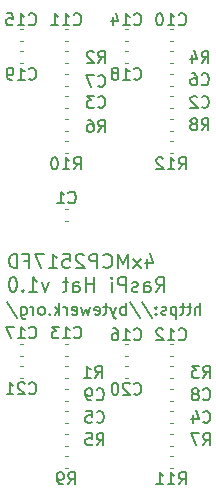
<source format=gbo>
G04 #@! TF.GenerationSoftware,KiCad,Pcbnew,5.0.0-rc2-unknown-06ff563~65~ubuntu18.04.1*
G04 #@! TF.CreationDate,2018-06-29T13:07:05+02:00*
G04 #@! TF.ProjectId,raspi3-4xMCP2517FD,7261737069332D34784D435032353137,rev?*
G04 #@! TF.SameCoordinates,Original*
G04 #@! TF.FileFunction,Legend,Bot*
G04 #@! TF.FilePolarity,Positive*
%FSLAX46Y46*%
G04 Gerber Fmt 4.6, Leading zero omitted, Abs format (unit mm)*
G04 Created by KiCad (PCBNEW 5.0.0-rc2-unknown-06ff563~65~ubuntu18.04.1) date Fri Jun 29 13:07:05 2018*
%MOMM*%
%LPD*%
G01*
G04 APERTURE LIST*
%ADD10C,0.150000*%
%ADD11C,0.200000*%
%ADD12C,0.120000*%
G04 APERTURE END LIST*
D10*
X99606190Y-59253380D02*
X99606190Y-58253380D01*
X99177619Y-59253380D02*
X99177619Y-58729571D01*
X99225238Y-58634333D01*
X99320476Y-58586714D01*
X99463333Y-58586714D01*
X99558571Y-58634333D01*
X99606190Y-58681952D01*
X98844285Y-58586714D02*
X98463333Y-58586714D01*
X98701428Y-58253380D02*
X98701428Y-59110523D01*
X98653809Y-59205761D01*
X98558571Y-59253380D01*
X98463333Y-59253380D01*
X98272857Y-58586714D02*
X97891904Y-58586714D01*
X98130000Y-58253380D02*
X98130000Y-59110523D01*
X98082380Y-59205761D01*
X97987142Y-59253380D01*
X97891904Y-59253380D01*
X97558571Y-58586714D02*
X97558571Y-59586714D01*
X97558571Y-58634333D02*
X97463333Y-58586714D01*
X97272857Y-58586714D01*
X97177619Y-58634333D01*
X97130000Y-58681952D01*
X97082380Y-58777190D01*
X97082380Y-59062904D01*
X97130000Y-59158142D01*
X97177619Y-59205761D01*
X97272857Y-59253380D01*
X97463333Y-59253380D01*
X97558571Y-59205761D01*
X96701428Y-59205761D02*
X96606190Y-59253380D01*
X96415714Y-59253380D01*
X96320476Y-59205761D01*
X96272857Y-59110523D01*
X96272857Y-59062904D01*
X96320476Y-58967666D01*
X96415714Y-58920047D01*
X96558571Y-58920047D01*
X96653809Y-58872428D01*
X96701428Y-58777190D01*
X96701428Y-58729571D01*
X96653809Y-58634333D01*
X96558571Y-58586714D01*
X96415714Y-58586714D01*
X96320476Y-58634333D01*
X95844285Y-59158142D02*
X95796666Y-59205761D01*
X95844285Y-59253380D01*
X95891904Y-59205761D01*
X95844285Y-59158142D01*
X95844285Y-59253380D01*
X95844285Y-58634333D02*
X95796666Y-58681952D01*
X95844285Y-58729571D01*
X95891904Y-58681952D01*
X95844285Y-58634333D01*
X95844285Y-58729571D01*
X94653809Y-58205761D02*
X95510952Y-59491476D01*
X93606190Y-58205761D02*
X94463333Y-59491476D01*
X93272857Y-59253380D02*
X93272857Y-58253380D01*
X93272857Y-58634333D02*
X93177619Y-58586714D01*
X92987142Y-58586714D01*
X92891904Y-58634333D01*
X92844285Y-58681952D01*
X92796666Y-58777190D01*
X92796666Y-59062904D01*
X92844285Y-59158142D01*
X92891904Y-59205761D01*
X92987142Y-59253380D01*
X93177619Y-59253380D01*
X93272857Y-59205761D01*
X92463333Y-58586714D02*
X92225238Y-59253380D01*
X91987142Y-58586714D02*
X92225238Y-59253380D01*
X92320476Y-59491476D01*
X92368095Y-59539095D01*
X92463333Y-59586714D01*
X91749047Y-58586714D02*
X91368095Y-58586714D01*
X91606190Y-58253380D02*
X91606190Y-59110523D01*
X91558571Y-59205761D01*
X91463333Y-59253380D01*
X91368095Y-59253380D01*
X90653809Y-59205761D02*
X90749047Y-59253380D01*
X90939523Y-59253380D01*
X91034761Y-59205761D01*
X91082380Y-59110523D01*
X91082380Y-58729571D01*
X91034761Y-58634333D01*
X90939523Y-58586714D01*
X90749047Y-58586714D01*
X90653809Y-58634333D01*
X90606190Y-58729571D01*
X90606190Y-58824809D01*
X91082380Y-58920047D01*
X90272857Y-58586714D02*
X90082380Y-59253380D01*
X89891904Y-58777190D01*
X89701428Y-59253380D01*
X89510952Y-58586714D01*
X88749047Y-59205761D02*
X88844285Y-59253380D01*
X89034761Y-59253380D01*
X89130000Y-59205761D01*
X89177619Y-59110523D01*
X89177619Y-58729571D01*
X89130000Y-58634333D01*
X89034761Y-58586714D01*
X88844285Y-58586714D01*
X88749047Y-58634333D01*
X88701428Y-58729571D01*
X88701428Y-58824809D01*
X89177619Y-58920047D01*
X88272857Y-59253380D02*
X88272857Y-58586714D01*
X88272857Y-58777190D02*
X88225238Y-58681952D01*
X88177619Y-58634333D01*
X88082380Y-58586714D01*
X87987142Y-58586714D01*
X87653809Y-59253380D02*
X87653809Y-58253380D01*
X87558571Y-58872428D02*
X87272857Y-59253380D01*
X87272857Y-58586714D02*
X87653809Y-58967666D01*
X86844285Y-59158142D02*
X86796666Y-59205761D01*
X86844285Y-59253380D01*
X86891904Y-59205761D01*
X86844285Y-59158142D01*
X86844285Y-59253380D01*
X86225238Y-59253380D02*
X86320476Y-59205761D01*
X86368095Y-59158142D01*
X86415714Y-59062904D01*
X86415714Y-58777190D01*
X86368095Y-58681952D01*
X86320476Y-58634333D01*
X86225238Y-58586714D01*
X86082380Y-58586714D01*
X85987142Y-58634333D01*
X85939523Y-58681952D01*
X85891904Y-58777190D01*
X85891904Y-59062904D01*
X85939523Y-59158142D01*
X85987142Y-59205761D01*
X86082380Y-59253380D01*
X86225238Y-59253380D01*
X85463333Y-59253380D02*
X85463333Y-58586714D01*
X85463333Y-58777190D02*
X85415714Y-58681952D01*
X85368095Y-58634333D01*
X85272857Y-58586714D01*
X85177619Y-58586714D01*
X84415714Y-58586714D02*
X84415714Y-59396238D01*
X84463333Y-59491476D01*
X84510952Y-59539095D01*
X84606190Y-59586714D01*
X84749047Y-59586714D01*
X84844285Y-59539095D01*
X84415714Y-59205761D02*
X84510952Y-59253380D01*
X84701428Y-59253380D01*
X84796666Y-59205761D01*
X84844285Y-59158142D01*
X84891904Y-59062904D01*
X84891904Y-58777190D01*
X84844285Y-58681952D01*
X84796666Y-58634333D01*
X84701428Y-58586714D01*
X84510952Y-58586714D01*
X84415714Y-58634333D01*
X83225238Y-58205761D02*
X84082380Y-59491476D01*
D11*
X95048214Y-54495857D02*
X95048214Y-55295857D01*
X95333928Y-54038714D02*
X95619642Y-54895857D01*
X94876785Y-54895857D01*
X94533928Y-55295857D02*
X93905357Y-54495857D01*
X94533928Y-54495857D02*
X93905357Y-55295857D01*
X93448214Y-55295857D02*
X93448214Y-54095857D01*
X93048214Y-54953000D01*
X92648214Y-54095857D01*
X92648214Y-55295857D01*
X91391071Y-55181571D02*
X91448214Y-55238714D01*
X91619642Y-55295857D01*
X91733928Y-55295857D01*
X91905357Y-55238714D01*
X92019642Y-55124428D01*
X92076785Y-55010142D01*
X92133928Y-54781571D01*
X92133928Y-54610142D01*
X92076785Y-54381571D01*
X92019642Y-54267285D01*
X91905357Y-54153000D01*
X91733928Y-54095857D01*
X91619642Y-54095857D01*
X91448214Y-54153000D01*
X91391071Y-54210142D01*
X90876785Y-55295857D02*
X90876785Y-54095857D01*
X90419642Y-54095857D01*
X90305357Y-54153000D01*
X90248214Y-54210142D01*
X90191071Y-54324428D01*
X90191071Y-54495857D01*
X90248214Y-54610142D01*
X90305357Y-54667285D01*
X90419642Y-54724428D01*
X90876785Y-54724428D01*
X89733928Y-54210142D02*
X89676785Y-54153000D01*
X89562500Y-54095857D01*
X89276785Y-54095857D01*
X89162500Y-54153000D01*
X89105357Y-54210142D01*
X89048214Y-54324428D01*
X89048214Y-54438714D01*
X89105357Y-54610142D01*
X89791071Y-55295857D01*
X89048214Y-55295857D01*
X87962500Y-54095857D02*
X88533928Y-54095857D01*
X88591071Y-54667285D01*
X88533928Y-54610142D01*
X88419642Y-54553000D01*
X88133928Y-54553000D01*
X88019642Y-54610142D01*
X87962500Y-54667285D01*
X87905357Y-54781571D01*
X87905357Y-55067285D01*
X87962500Y-55181571D01*
X88019642Y-55238714D01*
X88133928Y-55295857D01*
X88419642Y-55295857D01*
X88533928Y-55238714D01*
X88591071Y-55181571D01*
X86762500Y-55295857D02*
X87448214Y-55295857D01*
X87105357Y-55295857D02*
X87105357Y-54095857D01*
X87219642Y-54267285D01*
X87333928Y-54381571D01*
X87448214Y-54438714D01*
X86362500Y-54095857D02*
X85562500Y-54095857D01*
X86076785Y-55295857D01*
X84705357Y-54667285D02*
X85105357Y-54667285D01*
X85105357Y-55295857D02*
X85105357Y-54095857D01*
X84533928Y-54095857D01*
X84076785Y-55295857D02*
X84076785Y-54095857D01*
X83791071Y-54095857D01*
X83619642Y-54153000D01*
X83505357Y-54267285D01*
X83448214Y-54381571D01*
X83391071Y-54610142D01*
X83391071Y-54781571D01*
X83448214Y-55010142D01*
X83505357Y-55124428D01*
X83619642Y-55238714D01*
X83791071Y-55295857D01*
X84076785Y-55295857D01*
X95848214Y-57295857D02*
X96248214Y-56724428D01*
X96533928Y-57295857D02*
X96533928Y-56095857D01*
X96076785Y-56095857D01*
X95962500Y-56153000D01*
X95905357Y-56210142D01*
X95848214Y-56324428D01*
X95848214Y-56495857D01*
X95905357Y-56610142D01*
X95962500Y-56667285D01*
X96076785Y-56724428D01*
X96533928Y-56724428D01*
X94819642Y-57295857D02*
X94819642Y-56667285D01*
X94876785Y-56553000D01*
X94991071Y-56495857D01*
X95219642Y-56495857D01*
X95333928Y-56553000D01*
X94819642Y-57238714D02*
X94933928Y-57295857D01*
X95219642Y-57295857D01*
X95333928Y-57238714D01*
X95391071Y-57124428D01*
X95391071Y-57010142D01*
X95333928Y-56895857D01*
X95219642Y-56838714D01*
X94933928Y-56838714D01*
X94819642Y-56781571D01*
X94305357Y-57238714D02*
X94191071Y-57295857D01*
X93962500Y-57295857D01*
X93848214Y-57238714D01*
X93791071Y-57124428D01*
X93791071Y-57067285D01*
X93848214Y-56953000D01*
X93962500Y-56895857D01*
X94133928Y-56895857D01*
X94248214Y-56838714D01*
X94305357Y-56724428D01*
X94305357Y-56667285D01*
X94248214Y-56553000D01*
X94133928Y-56495857D01*
X93962500Y-56495857D01*
X93848214Y-56553000D01*
X93276785Y-57295857D02*
X93276785Y-56095857D01*
X92819642Y-56095857D01*
X92705357Y-56153000D01*
X92648214Y-56210142D01*
X92591071Y-56324428D01*
X92591071Y-56495857D01*
X92648214Y-56610142D01*
X92705357Y-56667285D01*
X92819642Y-56724428D01*
X93276785Y-56724428D01*
X92076785Y-57295857D02*
X92076785Y-56495857D01*
X92076785Y-56095857D02*
X92133928Y-56153000D01*
X92076785Y-56210142D01*
X92019642Y-56153000D01*
X92076785Y-56095857D01*
X92076785Y-56210142D01*
X90591071Y-57295857D02*
X90591071Y-56095857D01*
X90591071Y-56667285D02*
X89905357Y-56667285D01*
X89905357Y-57295857D02*
X89905357Y-56095857D01*
X88819642Y-57295857D02*
X88819642Y-56667285D01*
X88876785Y-56553000D01*
X88991071Y-56495857D01*
X89219642Y-56495857D01*
X89333928Y-56553000D01*
X88819642Y-57238714D02*
X88933928Y-57295857D01*
X89219642Y-57295857D01*
X89333928Y-57238714D01*
X89391071Y-57124428D01*
X89391071Y-57010142D01*
X89333928Y-56895857D01*
X89219642Y-56838714D01*
X88933928Y-56838714D01*
X88819642Y-56781571D01*
X88419642Y-56495857D02*
X87962500Y-56495857D01*
X88248214Y-56095857D02*
X88248214Y-57124428D01*
X88191071Y-57238714D01*
X88076785Y-57295857D01*
X87962500Y-57295857D01*
X86762500Y-56495857D02*
X86476785Y-57295857D01*
X86191071Y-56495857D01*
X85105357Y-57295857D02*
X85791071Y-57295857D01*
X85448214Y-57295857D02*
X85448214Y-56095857D01*
X85562500Y-56267285D01*
X85676785Y-56381571D01*
X85791071Y-56438714D01*
X84591071Y-57181571D02*
X84533928Y-57238714D01*
X84591071Y-57295857D01*
X84648214Y-57238714D01*
X84591071Y-57181571D01*
X84591071Y-57295857D01*
X83791071Y-56095857D02*
X83676785Y-56095857D01*
X83562500Y-56153000D01*
X83505357Y-56210142D01*
X83448214Y-56324428D01*
X83391071Y-56553000D01*
X83391071Y-56838714D01*
X83448214Y-57067285D01*
X83505357Y-57181571D01*
X83562500Y-57238714D01*
X83676785Y-57295857D01*
X83791071Y-57295857D01*
X83905357Y-57238714D01*
X83962500Y-57181571D01*
X84019642Y-57067285D01*
X84076785Y-56838714D01*
X84076785Y-56553000D01*
X84019642Y-56324428D01*
X83962500Y-56210142D01*
X83905357Y-56153000D01*
X83791071Y-56095857D01*
D12*
G04 #@! TO.C,R6*
X88427779Y-43690000D02*
X88102221Y-43690000D01*
X88427779Y-42670000D02*
X88102221Y-42670000D01*
G04 #@! TO.C,R4*
X97317779Y-36955000D02*
X96992221Y-36955000D01*
X97317779Y-37975000D02*
X96992221Y-37975000D01*
G04 #@! TO.C,R3*
X96992221Y-63625000D02*
X97317779Y-63625000D01*
X96992221Y-64645000D02*
X97317779Y-64645000D01*
G04 #@! TO.C,R2*
X88427779Y-36955000D02*
X88102221Y-36955000D01*
X88427779Y-37975000D02*
X88102221Y-37975000D01*
G04 #@! TO.C,R1*
X88427779Y-64645000D02*
X88102221Y-64645000D01*
X88427779Y-63625000D02*
X88102221Y-63625000D01*
G04 #@! TO.C,R5*
X88427779Y-69340000D02*
X88102221Y-69340000D01*
X88427779Y-70360000D02*
X88102221Y-70360000D01*
G04 #@! TO.C,R7*
X96992221Y-69340000D02*
X97317779Y-69340000D01*
X96992221Y-70360000D02*
X97317779Y-70360000D01*
G04 #@! TO.C,R8*
X97317779Y-42670000D02*
X96992221Y-42670000D01*
X97317779Y-43690000D02*
X96992221Y-43690000D01*
G04 #@! TO.C,R9*
X88427779Y-72265000D02*
X88102221Y-72265000D01*
X88427779Y-71245000D02*
X88102221Y-71245000D01*
G04 #@! TO.C,R10*
X88427779Y-44575000D02*
X88102221Y-44575000D01*
X88427779Y-45595000D02*
X88102221Y-45595000D01*
G04 #@! TO.C,R11*
X96992221Y-71245000D02*
X97317779Y-71245000D01*
X96992221Y-72265000D02*
X97317779Y-72265000D01*
G04 #@! TO.C,R12*
X97317779Y-44575000D02*
X96992221Y-44575000D01*
X97317779Y-45595000D02*
X96992221Y-45595000D01*
G04 #@! TO.C,C1*
X88427779Y-51310000D02*
X88102221Y-51310000D01*
X88427779Y-50290000D02*
X88102221Y-50290000D01*
G04 #@! TO.C,C2*
X97317779Y-41785000D02*
X96992221Y-41785000D01*
X97317779Y-40765000D02*
X96992221Y-40765000D01*
G04 #@! TO.C,C3*
X88427779Y-41785000D02*
X88102221Y-41785000D01*
X88427779Y-40765000D02*
X88102221Y-40765000D01*
G04 #@! TO.C,C4*
X97317779Y-67435000D02*
X96992221Y-67435000D01*
X97317779Y-68455000D02*
X96992221Y-68455000D01*
G04 #@! TO.C,C5*
X88427779Y-68455000D02*
X88102221Y-68455000D01*
X88427779Y-67435000D02*
X88102221Y-67435000D01*
G04 #@! TO.C,C6*
X97317779Y-39880000D02*
X96992221Y-39880000D01*
X97317779Y-38860000D02*
X96992221Y-38860000D01*
G04 #@! TO.C,C7*
X88427779Y-38860000D02*
X88102221Y-38860000D01*
X88427779Y-39880000D02*
X88102221Y-39880000D01*
G04 #@! TO.C,C8*
X97317779Y-65530000D02*
X96992221Y-65530000D01*
X97317779Y-66550000D02*
X96992221Y-66550000D01*
G04 #@! TO.C,C9*
X88427779Y-65530000D02*
X88102221Y-65530000D01*
X88427779Y-66550000D02*
X88102221Y-66550000D01*
G04 #@! TO.C,C10*
X97317779Y-36070000D02*
X96992221Y-36070000D01*
X97317779Y-35050000D02*
X96992221Y-35050000D01*
G04 #@! TO.C,C11*
X88427779Y-35050000D02*
X88102221Y-35050000D01*
X88427779Y-36070000D02*
X88102221Y-36070000D01*
G04 #@! TO.C,C12*
X96992221Y-62740000D02*
X97317779Y-62740000D01*
X96992221Y-61720000D02*
X97317779Y-61720000D01*
G04 #@! TO.C,C13*
X88427779Y-61720000D02*
X88102221Y-61720000D01*
X88427779Y-62740000D02*
X88102221Y-62740000D01*
G04 #@! TO.C,C14*
X93182221Y-35050000D02*
X93507779Y-35050000D01*
X93182221Y-36070000D02*
X93507779Y-36070000D01*
G04 #@! TO.C,C15*
X84292221Y-35050000D02*
X84617779Y-35050000D01*
X84292221Y-36070000D02*
X84617779Y-36070000D01*
G04 #@! TO.C,C16*
X93182221Y-61720000D02*
X93507779Y-61720000D01*
X93182221Y-62740000D02*
X93507779Y-62740000D01*
G04 #@! TO.C,C17*
X84617779Y-62740000D02*
X84292221Y-62740000D01*
X84617779Y-61720000D02*
X84292221Y-61720000D01*
G04 #@! TO.C,C18*
X93182221Y-37975000D02*
X93507779Y-37975000D01*
X93182221Y-36955000D02*
X93507779Y-36955000D01*
G04 #@! TO.C,C19*
X84292221Y-37975000D02*
X84617779Y-37975000D01*
X84292221Y-36955000D02*
X84617779Y-36955000D01*
G04 #@! TO.C,C20*
X93182221Y-64645000D02*
X93507779Y-64645000D01*
X93182221Y-63625000D02*
X93507779Y-63625000D01*
G04 #@! TO.C,C21*
X84617779Y-63625000D02*
X84292221Y-63625000D01*
X84617779Y-64645000D02*
X84292221Y-64645000D01*
G04 #@! TO.C,R6*
D10*
X90946166Y-43759380D02*
X91279500Y-43283190D01*
X91517595Y-43759380D02*
X91517595Y-42759380D01*
X91136642Y-42759380D01*
X91041404Y-42807000D01*
X90993785Y-42854619D01*
X90946166Y-42949857D01*
X90946166Y-43092714D01*
X90993785Y-43187952D01*
X91041404Y-43235571D01*
X91136642Y-43283190D01*
X91517595Y-43283190D01*
X90089023Y-42759380D02*
X90279500Y-42759380D01*
X90374738Y-42807000D01*
X90422357Y-42854619D01*
X90517595Y-42997476D01*
X90565214Y-43187952D01*
X90565214Y-43568904D01*
X90517595Y-43664142D01*
X90469976Y-43711761D01*
X90374738Y-43759380D01*
X90184261Y-43759380D01*
X90089023Y-43711761D01*
X90041404Y-43664142D01*
X89993785Y-43568904D01*
X89993785Y-43330809D01*
X90041404Y-43235571D01*
X90089023Y-43187952D01*
X90184261Y-43140333D01*
X90374738Y-43140333D01*
X90469976Y-43187952D01*
X90517595Y-43235571D01*
X90565214Y-43330809D01*
G04 #@! TO.C,R4*
X99709166Y-37917380D02*
X100042500Y-37441190D01*
X100280595Y-37917380D02*
X100280595Y-36917380D01*
X99899642Y-36917380D01*
X99804404Y-36965000D01*
X99756785Y-37012619D01*
X99709166Y-37107857D01*
X99709166Y-37250714D01*
X99756785Y-37345952D01*
X99804404Y-37393571D01*
X99899642Y-37441190D01*
X100280595Y-37441190D01*
X98852023Y-37250714D02*
X98852023Y-37917380D01*
X99090119Y-36869761D02*
X99328214Y-37584047D01*
X98709166Y-37584047D01*
G04 #@! TO.C,R3*
X99836166Y-64587380D02*
X100169500Y-64111190D01*
X100407595Y-64587380D02*
X100407595Y-63587380D01*
X100026642Y-63587380D01*
X99931404Y-63635000D01*
X99883785Y-63682619D01*
X99836166Y-63777857D01*
X99836166Y-63920714D01*
X99883785Y-64015952D01*
X99931404Y-64063571D01*
X100026642Y-64111190D01*
X100407595Y-64111190D01*
X99502833Y-63587380D02*
X98883785Y-63587380D01*
X99217119Y-63968333D01*
X99074261Y-63968333D01*
X98979023Y-64015952D01*
X98931404Y-64063571D01*
X98883785Y-64158809D01*
X98883785Y-64396904D01*
X98931404Y-64492142D01*
X98979023Y-64539761D01*
X99074261Y-64587380D01*
X99359976Y-64587380D01*
X99455214Y-64539761D01*
X99502833Y-64492142D01*
G04 #@! TO.C,R2*
X90946166Y-37917380D02*
X91279500Y-37441190D01*
X91517595Y-37917380D02*
X91517595Y-36917380D01*
X91136642Y-36917380D01*
X91041404Y-36965000D01*
X90993785Y-37012619D01*
X90946166Y-37107857D01*
X90946166Y-37250714D01*
X90993785Y-37345952D01*
X91041404Y-37393571D01*
X91136642Y-37441190D01*
X91517595Y-37441190D01*
X90565214Y-37012619D02*
X90517595Y-36965000D01*
X90422357Y-36917380D01*
X90184261Y-36917380D01*
X90089023Y-36965000D01*
X90041404Y-37012619D01*
X89993785Y-37107857D01*
X89993785Y-37203095D01*
X90041404Y-37345952D01*
X90612833Y-37917380D01*
X89993785Y-37917380D01*
G04 #@! TO.C,R1*
X90692166Y-64587380D02*
X91025500Y-64111190D01*
X91263595Y-64587380D02*
X91263595Y-63587380D01*
X90882642Y-63587380D01*
X90787404Y-63635000D01*
X90739785Y-63682619D01*
X90692166Y-63777857D01*
X90692166Y-63920714D01*
X90739785Y-64015952D01*
X90787404Y-64063571D01*
X90882642Y-64111190D01*
X91263595Y-64111190D01*
X89739785Y-64587380D02*
X90311214Y-64587380D01*
X90025500Y-64587380D02*
X90025500Y-63587380D01*
X90120738Y-63730238D01*
X90215976Y-63825476D01*
X90311214Y-63873095D01*
G04 #@! TO.C,R5*
X90819166Y-70302380D02*
X91152500Y-69826190D01*
X91390595Y-70302380D02*
X91390595Y-69302380D01*
X91009642Y-69302380D01*
X90914404Y-69350000D01*
X90866785Y-69397619D01*
X90819166Y-69492857D01*
X90819166Y-69635714D01*
X90866785Y-69730952D01*
X90914404Y-69778571D01*
X91009642Y-69826190D01*
X91390595Y-69826190D01*
X89914404Y-69302380D02*
X90390595Y-69302380D01*
X90438214Y-69778571D01*
X90390595Y-69730952D01*
X90295357Y-69683333D01*
X90057261Y-69683333D01*
X89962023Y-69730952D01*
X89914404Y-69778571D01*
X89866785Y-69873809D01*
X89866785Y-70111904D01*
X89914404Y-70207142D01*
X89962023Y-70254761D01*
X90057261Y-70302380D01*
X90295357Y-70302380D01*
X90390595Y-70254761D01*
X90438214Y-70207142D01*
G04 #@! TO.C,R7*
X99836166Y-70302380D02*
X100169500Y-69826190D01*
X100407595Y-70302380D02*
X100407595Y-69302380D01*
X100026642Y-69302380D01*
X99931404Y-69350000D01*
X99883785Y-69397619D01*
X99836166Y-69492857D01*
X99836166Y-69635714D01*
X99883785Y-69730952D01*
X99931404Y-69778571D01*
X100026642Y-69826190D01*
X100407595Y-69826190D01*
X99502833Y-69302380D02*
X98836166Y-69302380D01*
X99264738Y-70302380D01*
G04 #@! TO.C,R8*
X99709166Y-43632380D02*
X100042500Y-43156190D01*
X100280595Y-43632380D02*
X100280595Y-42632380D01*
X99899642Y-42632380D01*
X99804404Y-42680000D01*
X99756785Y-42727619D01*
X99709166Y-42822857D01*
X99709166Y-42965714D01*
X99756785Y-43060952D01*
X99804404Y-43108571D01*
X99899642Y-43156190D01*
X100280595Y-43156190D01*
X99137738Y-43060952D02*
X99232976Y-43013333D01*
X99280595Y-42965714D01*
X99328214Y-42870476D01*
X99328214Y-42822857D01*
X99280595Y-42727619D01*
X99232976Y-42680000D01*
X99137738Y-42632380D01*
X98947261Y-42632380D01*
X98852023Y-42680000D01*
X98804404Y-42727619D01*
X98756785Y-42822857D01*
X98756785Y-42870476D01*
X98804404Y-42965714D01*
X98852023Y-43013333D01*
X98947261Y-43060952D01*
X99137738Y-43060952D01*
X99232976Y-43108571D01*
X99280595Y-43156190D01*
X99328214Y-43251428D01*
X99328214Y-43441904D01*
X99280595Y-43537142D01*
X99232976Y-43584761D01*
X99137738Y-43632380D01*
X98947261Y-43632380D01*
X98852023Y-43584761D01*
X98804404Y-43537142D01*
X98756785Y-43441904D01*
X98756785Y-43251428D01*
X98804404Y-43156190D01*
X98852023Y-43108571D01*
X98947261Y-43060952D01*
G04 #@! TO.C,R9*
X88406166Y-73604380D02*
X88739500Y-73128190D01*
X88977595Y-73604380D02*
X88977595Y-72604380D01*
X88596642Y-72604380D01*
X88501404Y-72652000D01*
X88453785Y-72699619D01*
X88406166Y-72794857D01*
X88406166Y-72937714D01*
X88453785Y-73032952D01*
X88501404Y-73080571D01*
X88596642Y-73128190D01*
X88977595Y-73128190D01*
X87929976Y-73604380D02*
X87739500Y-73604380D01*
X87644261Y-73556761D01*
X87596642Y-73509142D01*
X87501404Y-73366285D01*
X87453785Y-73175809D01*
X87453785Y-72794857D01*
X87501404Y-72699619D01*
X87549023Y-72652000D01*
X87644261Y-72604380D01*
X87834738Y-72604380D01*
X87929976Y-72652000D01*
X87977595Y-72699619D01*
X88025214Y-72794857D01*
X88025214Y-73032952D01*
X87977595Y-73128190D01*
X87929976Y-73175809D01*
X87834738Y-73223428D01*
X87644261Y-73223428D01*
X87549023Y-73175809D01*
X87501404Y-73128190D01*
X87453785Y-73032952D01*
G04 #@! TO.C,R10*
X88882357Y-46934380D02*
X89215690Y-46458190D01*
X89453785Y-46934380D02*
X89453785Y-45934380D01*
X89072833Y-45934380D01*
X88977595Y-45982000D01*
X88929976Y-46029619D01*
X88882357Y-46124857D01*
X88882357Y-46267714D01*
X88929976Y-46362952D01*
X88977595Y-46410571D01*
X89072833Y-46458190D01*
X89453785Y-46458190D01*
X87929976Y-46934380D02*
X88501404Y-46934380D01*
X88215690Y-46934380D02*
X88215690Y-45934380D01*
X88310928Y-46077238D01*
X88406166Y-46172476D01*
X88501404Y-46220095D01*
X87310928Y-45934380D02*
X87215690Y-45934380D01*
X87120452Y-45982000D01*
X87072833Y-46029619D01*
X87025214Y-46124857D01*
X86977595Y-46315333D01*
X86977595Y-46553428D01*
X87025214Y-46743904D01*
X87072833Y-46839142D01*
X87120452Y-46886761D01*
X87215690Y-46934380D01*
X87310928Y-46934380D01*
X87406166Y-46886761D01*
X87453785Y-46839142D01*
X87501404Y-46743904D01*
X87549023Y-46553428D01*
X87549023Y-46315333D01*
X87501404Y-46124857D01*
X87453785Y-46029619D01*
X87406166Y-45982000D01*
X87310928Y-45934380D01*
G04 #@! TO.C,R11*
X97772357Y-73604380D02*
X98105690Y-73128190D01*
X98343785Y-73604380D02*
X98343785Y-72604380D01*
X97962833Y-72604380D01*
X97867595Y-72652000D01*
X97819976Y-72699619D01*
X97772357Y-72794857D01*
X97772357Y-72937714D01*
X97819976Y-73032952D01*
X97867595Y-73080571D01*
X97962833Y-73128190D01*
X98343785Y-73128190D01*
X96819976Y-73604380D02*
X97391404Y-73604380D01*
X97105690Y-73604380D02*
X97105690Y-72604380D01*
X97200928Y-72747238D01*
X97296166Y-72842476D01*
X97391404Y-72890095D01*
X95867595Y-73604380D02*
X96439023Y-73604380D01*
X96153309Y-73604380D02*
X96153309Y-72604380D01*
X96248547Y-72747238D01*
X96343785Y-72842476D01*
X96439023Y-72890095D01*
G04 #@! TO.C,R12*
X97772357Y-46934380D02*
X98105690Y-46458190D01*
X98343785Y-46934380D02*
X98343785Y-45934380D01*
X97962833Y-45934380D01*
X97867595Y-45982000D01*
X97819976Y-46029619D01*
X97772357Y-46124857D01*
X97772357Y-46267714D01*
X97819976Y-46362952D01*
X97867595Y-46410571D01*
X97962833Y-46458190D01*
X98343785Y-46458190D01*
X96819976Y-46934380D02*
X97391404Y-46934380D01*
X97105690Y-46934380D02*
X97105690Y-45934380D01*
X97200928Y-46077238D01*
X97296166Y-46172476D01*
X97391404Y-46220095D01*
X96439023Y-46029619D02*
X96391404Y-45982000D01*
X96296166Y-45934380D01*
X96058071Y-45934380D01*
X95962833Y-45982000D01*
X95915214Y-46029619D01*
X95867595Y-46124857D01*
X95867595Y-46220095D01*
X95915214Y-46362952D01*
X96486642Y-46934380D01*
X95867595Y-46934380D01*
G04 #@! TO.C,C1*
X88431666Y-49727142D02*
X88479285Y-49774761D01*
X88622142Y-49822380D01*
X88717380Y-49822380D01*
X88860238Y-49774761D01*
X88955476Y-49679523D01*
X89003095Y-49584285D01*
X89050714Y-49393809D01*
X89050714Y-49250952D01*
X89003095Y-49060476D01*
X88955476Y-48965238D01*
X88860238Y-48870000D01*
X88717380Y-48822380D01*
X88622142Y-48822380D01*
X88479285Y-48870000D01*
X88431666Y-48917619D01*
X87479285Y-49822380D02*
X88050714Y-49822380D01*
X87765000Y-49822380D02*
X87765000Y-48822380D01*
X87860238Y-48965238D01*
X87955476Y-49060476D01*
X88050714Y-49108095D01*
G04 #@! TO.C,C2*
X99709166Y-41632142D02*
X99756785Y-41679761D01*
X99899642Y-41727380D01*
X99994880Y-41727380D01*
X100137738Y-41679761D01*
X100232976Y-41584523D01*
X100280595Y-41489285D01*
X100328214Y-41298809D01*
X100328214Y-41155952D01*
X100280595Y-40965476D01*
X100232976Y-40870238D01*
X100137738Y-40775000D01*
X99994880Y-40727380D01*
X99899642Y-40727380D01*
X99756785Y-40775000D01*
X99709166Y-40822619D01*
X99328214Y-40822619D02*
X99280595Y-40775000D01*
X99185357Y-40727380D01*
X98947261Y-40727380D01*
X98852023Y-40775000D01*
X98804404Y-40822619D01*
X98756785Y-40917857D01*
X98756785Y-41013095D01*
X98804404Y-41155952D01*
X99375833Y-41727380D01*
X98756785Y-41727380D01*
G04 #@! TO.C,C3*
X90946166Y-41632142D02*
X90993785Y-41679761D01*
X91136642Y-41727380D01*
X91231880Y-41727380D01*
X91374738Y-41679761D01*
X91469976Y-41584523D01*
X91517595Y-41489285D01*
X91565214Y-41298809D01*
X91565214Y-41155952D01*
X91517595Y-40965476D01*
X91469976Y-40870238D01*
X91374738Y-40775000D01*
X91231880Y-40727380D01*
X91136642Y-40727380D01*
X90993785Y-40775000D01*
X90946166Y-40822619D01*
X90612833Y-40727380D02*
X89993785Y-40727380D01*
X90327119Y-41108333D01*
X90184261Y-41108333D01*
X90089023Y-41155952D01*
X90041404Y-41203571D01*
X89993785Y-41298809D01*
X89993785Y-41536904D01*
X90041404Y-41632142D01*
X90089023Y-41679761D01*
X90184261Y-41727380D01*
X90469976Y-41727380D01*
X90565214Y-41679761D01*
X90612833Y-41632142D01*
G04 #@! TO.C,C4*
X99836166Y-68302142D02*
X99883785Y-68349761D01*
X100026642Y-68397380D01*
X100121880Y-68397380D01*
X100264738Y-68349761D01*
X100359976Y-68254523D01*
X100407595Y-68159285D01*
X100455214Y-67968809D01*
X100455214Y-67825952D01*
X100407595Y-67635476D01*
X100359976Y-67540238D01*
X100264738Y-67445000D01*
X100121880Y-67397380D01*
X100026642Y-67397380D01*
X99883785Y-67445000D01*
X99836166Y-67492619D01*
X98979023Y-67730714D02*
X98979023Y-68397380D01*
X99217119Y-67349761D02*
X99455214Y-68064047D01*
X98836166Y-68064047D01*
G04 #@! TO.C,C5*
X90819166Y-68302142D02*
X90866785Y-68349761D01*
X91009642Y-68397380D01*
X91104880Y-68397380D01*
X91247738Y-68349761D01*
X91342976Y-68254523D01*
X91390595Y-68159285D01*
X91438214Y-67968809D01*
X91438214Y-67825952D01*
X91390595Y-67635476D01*
X91342976Y-67540238D01*
X91247738Y-67445000D01*
X91104880Y-67397380D01*
X91009642Y-67397380D01*
X90866785Y-67445000D01*
X90819166Y-67492619D01*
X89914404Y-67397380D02*
X90390595Y-67397380D01*
X90438214Y-67873571D01*
X90390595Y-67825952D01*
X90295357Y-67778333D01*
X90057261Y-67778333D01*
X89962023Y-67825952D01*
X89914404Y-67873571D01*
X89866785Y-67968809D01*
X89866785Y-68206904D01*
X89914404Y-68302142D01*
X89962023Y-68349761D01*
X90057261Y-68397380D01*
X90295357Y-68397380D01*
X90390595Y-68349761D01*
X90438214Y-68302142D01*
G04 #@! TO.C,C6*
X99709166Y-39727142D02*
X99756785Y-39774761D01*
X99899642Y-39822380D01*
X99994880Y-39822380D01*
X100137738Y-39774761D01*
X100232976Y-39679523D01*
X100280595Y-39584285D01*
X100328214Y-39393809D01*
X100328214Y-39250952D01*
X100280595Y-39060476D01*
X100232976Y-38965238D01*
X100137738Y-38870000D01*
X99994880Y-38822380D01*
X99899642Y-38822380D01*
X99756785Y-38870000D01*
X99709166Y-38917619D01*
X98852023Y-38822380D02*
X99042500Y-38822380D01*
X99137738Y-38870000D01*
X99185357Y-38917619D01*
X99280595Y-39060476D01*
X99328214Y-39250952D01*
X99328214Y-39631904D01*
X99280595Y-39727142D01*
X99232976Y-39774761D01*
X99137738Y-39822380D01*
X98947261Y-39822380D01*
X98852023Y-39774761D01*
X98804404Y-39727142D01*
X98756785Y-39631904D01*
X98756785Y-39393809D01*
X98804404Y-39298571D01*
X98852023Y-39250952D01*
X98947261Y-39203333D01*
X99137738Y-39203333D01*
X99232976Y-39250952D01*
X99280595Y-39298571D01*
X99328214Y-39393809D01*
G04 #@! TO.C,C7*
X90946166Y-39854142D02*
X90993785Y-39901761D01*
X91136642Y-39949380D01*
X91231880Y-39949380D01*
X91374738Y-39901761D01*
X91469976Y-39806523D01*
X91517595Y-39711285D01*
X91565214Y-39520809D01*
X91565214Y-39377952D01*
X91517595Y-39187476D01*
X91469976Y-39092238D01*
X91374738Y-38997000D01*
X91231880Y-38949380D01*
X91136642Y-38949380D01*
X90993785Y-38997000D01*
X90946166Y-39044619D01*
X90612833Y-38949380D02*
X89946166Y-38949380D01*
X90374738Y-39949380D01*
G04 #@! TO.C,C8*
X99836166Y-66397142D02*
X99883785Y-66444761D01*
X100026642Y-66492380D01*
X100121880Y-66492380D01*
X100264738Y-66444761D01*
X100359976Y-66349523D01*
X100407595Y-66254285D01*
X100455214Y-66063809D01*
X100455214Y-65920952D01*
X100407595Y-65730476D01*
X100359976Y-65635238D01*
X100264738Y-65540000D01*
X100121880Y-65492380D01*
X100026642Y-65492380D01*
X99883785Y-65540000D01*
X99836166Y-65587619D01*
X99264738Y-65920952D02*
X99359976Y-65873333D01*
X99407595Y-65825714D01*
X99455214Y-65730476D01*
X99455214Y-65682857D01*
X99407595Y-65587619D01*
X99359976Y-65540000D01*
X99264738Y-65492380D01*
X99074261Y-65492380D01*
X98979023Y-65540000D01*
X98931404Y-65587619D01*
X98883785Y-65682857D01*
X98883785Y-65730476D01*
X98931404Y-65825714D01*
X98979023Y-65873333D01*
X99074261Y-65920952D01*
X99264738Y-65920952D01*
X99359976Y-65968571D01*
X99407595Y-66016190D01*
X99455214Y-66111428D01*
X99455214Y-66301904D01*
X99407595Y-66397142D01*
X99359976Y-66444761D01*
X99264738Y-66492380D01*
X99074261Y-66492380D01*
X98979023Y-66444761D01*
X98931404Y-66397142D01*
X98883785Y-66301904D01*
X98883785Y-66111428D01*
X98931404Y-66016190D01*
X98979023Y-65968571D01*
X99074261Y-65920952D01*
G04 #@! TO.C,C9*
X90819166Y-66397142D02*
X90866785Y-66444761D01*
X91009642Y-66492380D01*
X91104880Y-66492380D01*
X91247738Y-66444761D01*
X91342976Y-66349523D01*
X91390595Y-66254285D01*
X91438214Y-66063809D01*
X91438214Y-65920952D01*
X91390595Y-65730476D01*
X91342976Y-65635238D01*
X91247738Y-65540000D01*
X91104880Y-65492380D01*
X91009642Y-65492380D01*
X90866785Y-65540000D01*
X90819166Y-65587619D01*
X90342976Y-66492380D02*
X90152500Y-66492380D01*
X90057261Y-66444761D01*
X90009642Y-66397142D01*
X89914404Y-66254285D01*
X89866785Y-66063809D01*
X89866785Y-65682857D01*
X89914404Y-65587619D01*
X89962023Y-65540000D01*
X90057261Y-65492380D01*
X90247738Y-65492380D01*
X90342976Y-65540000D01*
X90390595Y-65587619D01*
X90438214Y-65682857D01*
X90438214Y-65920952D01*
X90390595Y-66016190D01*
X90342976Y-66063809D01*
X90247738Y-66111428D01*
X90057261Y-66111428D01*
X89962023Y-66063809D01*
X89914404Y-66016190D01*
X89866785Y-65920952D01*
G04 #@! TO.C,C10*
X97772357Y-34647142D02*
X97819976Y-34694761D01*
X97962833Y-34742380D01*
X98058071Y-34742380D01*
X98200928Y-34694761D01*
X98296166Y-34599523D01*
X98343785Y-34504285D01*
X98391404Y-34313809D01*
X98391404Y-34170952D01*
X98343785Y-33980476D01*
X98296166Y-33885238D01*
X98200928Y-33790000D01*
X98058071Y-33742380D01*
X97962833Y-33742380D01*
X97819976Y-33790000D01*
X97772357Y-33837619D01*
X96819976Y-34742380D02*
X97391404Y-34742380D01*
X97105690Y-34742380D02*
X97105690Y-33742380D01*
X97200928Y-33885238D01*
X97296166Y-33980476D01*
X97391404Y-34028095D01*
X96200928Y-33742380D02*
X96105690Y-33742380D01*
X96010452Y-33790000D01*
X95962833Y-33837619D01*
X95915214Y-33932857D01*
X95867595Y-34123333D01*
X95867595Y-34361428D01*
X95915214Y-34551904D01*
X95962833Y-34647142D01*
X96010452Y-34694761D01*
X96105690Y-34742380D01*
X96200928Y-34742380D01*
X96296166Y-34694761D01*
X96343785Y-34647142D01*
X96391404Y-34551904D01*
X96439023Y-34361428D01*
X96439023Y-34123333D01*
X96391404Y-33932857D01*
X96343785Y-33837619D01*
X96296166Y-33790000D01*
X96200928Y-33742380D01*
G04 #@! TO.C,C11*
X88882357Y-34647142D02*
X88929976Y-34694761D01*
X89072833Y-34742380D01*
X89168071Y-34742380D01*
X89310928Y-34694761D01*
X89406166Y-34599523D01*
X89453785Y-34504285D01*
X89501404Y-34313809D01*
X89501404Y-34170952D01*
X89453785Y-33980476D01*
X89406166Y-33885238D01*
X89310928Y-33790000D01*
X89168071Y-33742380D01*
X89072833Y-33742380D01*
X88929976Y-33790000D01*
X88882357Y-33837619D01*
X87929976Y-34742380D02*
X88501404Y-34742380D01*
X88215690Y-34742380D02*
X88215690Y-33742380D01*
X88310928Y-33885238D01*
X88406166Y-33980476D01*
X88501404Y-34028095D01*
X86977595Y-34742380D02*
X87549023Y-34742380D01*
X87263309Y-34742380D02*
X87263309Y-33742380D01*
X87358547Y-33885238D01*
X87453785Y-33980476D01*
X87549023Y-34028095D01*
G04 #@! TO.C,C12*
X97772357Y-61317142D02*
X97819976Y-61364761D01*
X97962833Y-61412380D01*
X98058071Y-61412380D01*
X98200928Y-61364761D01*
X98296166Y-61269523D01*
X98343785Y-61174285D01*
X98391404Y-60983809D01*
X98391404Y-60840952D01*
X98343785Y-60650476D01*
X98296166Y-60555238D01*
X98200928Y-60460000D01*
X98058071Y-60412380D01*
X97962833Y-60412380D01*
X97819976Y-60460000D01*
X97772357Y-60507619D01*
X96819976Y-61412380D02*
X97391404Y-61412380D01*
X97105690Y-61412380D02*
X97105690Y-60412380D01*
X97200928Y-60555238D01*
X97296166Y-60650476D01*
X97391404Y-60698095D01*
X96439023Y-60507619D02*
X96391404Y-60460000D01*
X96296166Y-60412380D01*
X96058071Y-60412380D01*
X95962833Y-60460000D01*
X95915214Y-60507619D01*
X95867595Y-60602857D01*
X95867595Y-60698095D01*
X95915214Y-60840952D01*
X96486642Y-61412380D01*
X95867595Y-61412380D01*
G04 #@! TO.C,C13*
X88907857Y-61157142D02*
X88955476Y-61204761D01*
X89098333Y-61252380D01*
X89193571Y-61252380D01*
X89336428Y-61204761D01*
X89431666Y-61109523D01*
X89479285Y-61014285D01*
X89526904Y-60823809D01*
X89526904Y-60680952D01*
X89479285Y-60490476D01*
X89431666Y-60395238D01*
X89336428Y-60300000D01*
X89193571Y-60252380D01*
X89098333Y-60252380D01*
X88955476Y-60300000D01*
X88907857Y-60347619D01*
X87955476Y-61252380D02*
X88526904Y-61252380D01*
X88241190Y-61252380D02*
X88241190Y-60252380D01*
X88336428Y-60395238D01*
X88431666Y-60490476D01*
X88526904Y-60538095D01*
X87622142Y-60252380D02*
X87003095Y-60252380D01*
X87336428Y-60633333D01*
X87193571Y-60633333D01*
X87098333Y-60680952D01*
X87050714Y-60728571D01*
X87003095Y-60823809D01*
X87003095Y-61061904D01*
X87050714Y-61157142D01*
X87098333Y-61204761D01*
X87193571Y-61252380D01*
X87479285Y-61252380D01*
X87574523Y-61204761D01*
X87622142Y-61157142D01*
G04 #@! TO.C,C14*
X93987857Y-34647142D02*
X94035476Y-34694761D01*
X94178333Y-34742380D01*
X94273571Y-34742380D01*
X94416428Y-34694761D01*
X94511666Y-34599523D01*
X94559285Y-34504285D01*
X94606904Y-34313809D01*
X94606904Y-34170952D01*
X94559285Y-33980476D01*
X94511666Y-33885238D01*
X94416428Y-33790000D01*
X94273571Y-33742380D01*
X94178333Y-33742380D01*
X94035476Y-33790000D01*
X93987857Y-33837619D01*
X93035476Y-34742380D02*
X93606904Y-34742380D01*
X93321190Y-34742380D02*
X93321190Y-33742380D01*
X93416428Y-33885238D01*
X93511666Y-33980476D01*
X93606904Y-34028095D01*
X92178333Y-34075714D02*
X92178333Y-34742380D01*
X92416428Y-33694761D02*
X92654523Y-34409047D01*
X92035476Y-34409047D01*
G04 #@! TO.C,C15*
X85072357Y-34647142D02*
X85119976Y-34694761D01*
X85262833Y-34742380D01*
X85358071Y-34742380D01*
X85500928Y-34694761D01*
X85596166Y-34599523D01*
X85643785Y-34504285D01*
X85691404Y-34313809D01*
X85691404Y-34170952D01*
X85643785Y-33980476D01*
X85596166Y-33885238D01*
X85500928Y-33790000D01*
X85358071Y-33742380D01*
X85262833Y-33742380D01*
X85119976Y-33790000D01*
X85072357Y-33837619D01*
X84119976Y-34742380D02*
X84691404Y-34742380D01*
X84405690Y-34742380D02*
X84405690Y-33742380D01*
X84500928Y-33885238D01*
X84596166Y-33980476D01*
X84691404Y-34028095D01*
X83215214Y-33742380D02*
X83691404Y-33742380D01*
X83739023Y-34218571D01*
X83691404Y-34170952D01*
X83596166Y-34123333D01*
X83358071Y-34123333D01*
X83262833Y-34170952D01*
X83215214Y-34218571D01*
X83167595Y-34313809D01*
X83167595Y-34551904D01*
X83215214Y-34647142D01*
X83262833Y-34694761D01*
X83358071Y-34742380D01*
X83596166Y-34742380D01*
X83691404Y-34694761D01*
X83739023Y-34647142D01*
G04 #@! TO.C,C16*
X93987857Y-61317142D02*
X94035476Y-61364761D01*
X94178333Y-61412380D01*
X94273571Y-61412380D01*
X94416428Y-61364761D01*
X94511666Y-61269523D01*
X94559285Y-61174285D01*
X94606904Y-60983809D01*
X94606904Y-60840952D01*
X94559285Y-60650476D01*
X94511666Y-60555238D01*
X94416428Y-60460000D01*
X94273571Y-60412380D01*
X94178333Y-60412380D01*
X94035476Y-60460000D01*
X93987857Y-60507619D01*
X93035476Y-61412380D02*
X93606904Y-61412380D01*
X93321190Y-61412380D02*
X93321190Y-60412380D01*
X93416428Y-60555238D01*
X93511666Y-60650476D01*
X93606904Y-60698095D01*
X92178333Y-60412380D02*
X92368809Y-60412380D01*
X92464047Y-60460000D01*
X92511666Y-60507619D01*
X92606904Y-60650476D01*
X92654523Y-60840952D01*
X92654523Y-61221904D01*
X92606904Y-61317142D01*
X92559285Y-61364761D01*
X92464047Y-61412380D01*
X92273571Y-61412380D01*
X92178333Y-61364761D01*
X92130714Y-61317142D01*
X92083095Y-61221904D01*
X92083095Y-60983809D01*
X92130714Y-60888571D01*
X92178333Y-60840952D01*
X92273571Y-60793333D01*
X92464047Y-60793333D01*
X92559285Y-60840952D01*
X92606904Y-60888571D01*
X92654523Y-60983809D01*
G04 #@! TO.C,C17*
X85097857Y-61157142D02*
X85145476Y-61204761D01*
X85288333Y-61252380D01*
X85383571Y-61252380D01*
X85526428Y-61204761D01*
X85621666Y-61109523D01*
X85669285Y-61014285D01*
X85716904Y-60823809D01*
X85716904Y-60680952D01*
X85669285Y-60490476D01*
X85621666Y-60395238D01*
X85526428Y-60300000D01*
X85383571Y-60252380D01*
X85288333Y-60252380D01*
X85145476Y-60300000D01*
X85097857Y-60347619D01*
X84145476Y-61252380D02*
X84716904Y-61252380D01*
X84431190Y-61252380D02*
X84431190Y-60252380D01*
X84526428Y-60395238D01*
X84621666Y-60490476D01*
X84716904Y-60538095D01*
X83812142Y-60252380D02*
X83145476Y-60252380D01*
X83574047Y-61252380D01*
G04 #@! TO.C,C18*
X93987857Y-39252142D02*
X94035476Y-39299761D01*
X94178333Y-39347380D01*
X94273571Y-39347380D01*
X94416428Y-39299761D01*
X94511666Y-39204523D01*
X94559285Y-39109285D01*
X94606904Y-38918809D01*
X94606904Y-38775952D01*
X94559285Y-38585476D01*
X94511666Y-38490238D01*
X94416428Y-38395000D01*
X94273571Y-38347380D01*
X94178333Y-38347380D01*
X94035476Y-38395000D01*
X93987857Y-38442619D01*
X93035476Y-39347380D02*
X93606904Y-39347380D01*
X93321190Y-39347380D02*
X93321190Y-38347380D01*
X93416428Y-38490238D01*
X93511666Y-38585476D01*
X93606904Y-38633095D01*
X92464047Y-38775952D02*
X92559285Y-38728333D01*
X92606904Y-38680714D01*
X92654523Y-38585476D01*
X92654523Y-38537857D01*
X92606904Y-38442619D01*
X92559285Y-38395000D01*
X92464047Y-38347380D01*
X92273571Y-38347380D01*
X92178333Y-38395000D01*
X92130714Y-38442619D01*
X92083095Y-38537857D01*
X92083095Y-38585476D01*
X92130714Y-38680714D01*
X92178333Y-38728333D01*
X92273571Y-38775952D01*
X92464047Y-38775952D01*
X92559285Y-38823571D01*
X92606904Y-38871190D01*
X92654523Y-38966428D01*
X92654523Y-39156904D01*
X92606904Y-39252142D01*
X92559285Y-39299761D01*
X92464047Y-39347380D01*
X92273571Y-39347380D01*
X92178333Y-39299761D01*
X92130714Y-39252142D01*
X92083095Y-39156904D01*
X92083095Y-38966428D01*
X92130714Y-38871190D01*
X92178333Y-38823571D01*
X92273571Y-38775952D01*
G04 #@! TO.C,C19*
X85097857Y-39252142D02*
X85145476Y-39299761D01*
X85288333Y-39347380D01*
X85383571Y-39347380D01*
X85526428Y-39299761D01*
X85621666Y-39204523D01*
X85669285Y-39109285D01*
X85716904Y-38918809D01*
X85716904Y-38775952D01*
X85669285Y-38585476D01*
X85621666Y-38490238D01*
X85526428Y-38395000D01*
X85383571Y-38347380D01*
X85288333Y-38347380D01*
X85145476Y-38395000D01*
X85097857Y-38442619D01*
X84145476Y-39347380D02*
X84716904Y-39347380D01*
X84431190Y-39347380D02*
X84431190Y-38347380D01*
X84526428Y-38490238D01*
X84621666Y-38585476D01*
X84716904Y-38633095D01*
X83669285Y-39347380D02*
X83478809Y-39347380D01*
X83383571Y-39299761D01*
X83335952Y-39252142D01*
X83240714Y-39109285D01*
X83193095Y-38918809D01*
X83193095Y-38537857D01*
X83240714Y-38442619D01*
X83288333Y-38395000D01*
X83383571Y-38347380D01*
X83574047Y-38347380D01*
X83669285Y-38395000D01*
X83716904Y-38442619D01*
X83764523Y-38537857D01*
X83764523Y-38775952D01*
X83716904Y-38871190D01*
X83669285Y-38918809D01*
X83574047Y-38966428D01*
X83383571Y-38966428D01*
X83288333Y-38918809D01*
X83240714Y-38871190D01*
X83193095Y-38775952D01*
G04 #@! TO.C,C20*
X93987857Y-65922142D02*
X94035476Y-65969761D01*
X94178333Y-66017380D01*
X94273571Y-66017380D01*
X94416428Y-65969761D01*
X94511666Y-65874523D01*
X94559285Y-65779285D01*
X94606904Y-65588809D01*
X94606904Y-65445952D01*
X94559285Y-65255476D01*
X94511666Y-65160238D01*
X94416428Y-65065000D01*
X94273571Y-65017380D01*
X94178333Y-65017380D01*
X94035476Y-65065000D01*
X93987857Y-65112619D01*
X93606904Y-65112619D02*
X93559285Y-65065000D01*
X93464047Y-65017380D01*
X93225952Y-65017380D01*
X93130714Y-65065000D01*
X93083095Y-65112619D01*
X93035476Y-65207857D01*
X93035476Y-65303095D01*
X93083095Y-65445952D01*
X93654523Y-66017380D01*
X93035476Y-66017380D01*
X92416428Y-65017380D02*
X92321190Y-65017380D01*
X92225952Y-65065000D01*
X92178333Y-65112619D01*
X92130714Y-65207857D01*
X92083095Y-65398333D01*
X92083095Y-65636428D01*
X92130714Y-65826904D01*
X92178333Y-65922142D01*
X92225952Y-65969761D01*
X92321190Y-66017380D01*
X92416428Y-66017380D01*
X92511666Y-65969761D01*
X92559285Y-65922142D01*
X92606904Y-65826904D01*
X92654523Y-65636428D01*
X92654523Y-65398333D01*
X92606904Y-65207857D01*
X92559285Y-65112619D01*
X92511666Y-65065000D01*
X92416428Y-65017380D01*
G04 #@! TO.C,C21*
X85097857Y-65889142D02*
X85145476Y-65936761D01*
X85288333Y-65984380D01*
X85383571Y-65984380D01*
X85526428Y-65936761D01*
X85621666Y-65841523D01*
X85669285Y-65746285D01*
X85716904Y-65555809D01*
X85716904Y-65412952D01*
X85669285Y-65222476D01*
X85621666Y-65127238D01*
X85526428Y-65032000D01*
X85383571Y-64984380D01*
X85288333Y-64984380D01*
X85145476Y-65032000D01*
X85097857Y-65079619D01*
X84716904Y-65079619D02*
X84669285Y-65032000D01*
X84574047Y-64984380D01*
X84335952Y-64984380D01*
X84240714Y-65032000D01*
X84193095Y-65079619D01*
X84145476Y-65174857D01*
X84145476Y-65270095D01*
X84193095Y-65412952D01*
X84764523Y-65984380D01*
X84145476Y-65984380D01*
X83193095Y-65984380D02*
X83764523Y-65984380D01*
X83478809Y-65984380D02*
X83478809Y-64984380D01*
X83574047Y-65127238D01*
X83669285Y-65222476D01*
X83764523Y-65270095D01*
G04 #@! TD*
M02*

</source>
